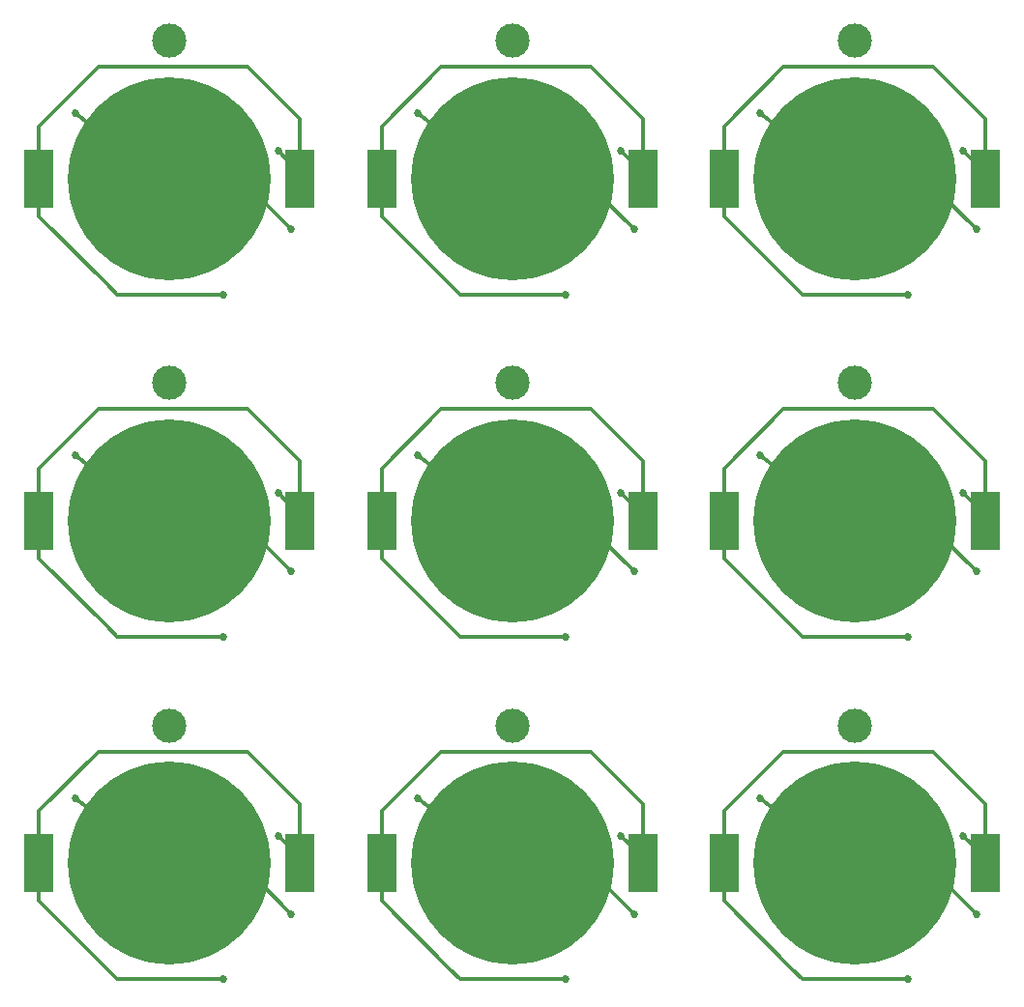
<source format=gbl>
%MOIN*%
%OFA0B0*%
%FSLAX46Y46*%
%IPPOS*%
%LPD*%
%ADD10C,0.0039370078740157488*%
%ADD11C,0.70000000000000007*%
%ADD12R,0.1X0.2*%
%ADD13C,0.11811023622047245*%
%ADD14C,0.027*%
%ADD15C,0.012000000000000002*%
%ADD26C,0.0039370078740157488*%
%ADD27C,0.70000000000000007*%
%ADD28R,0.1X0.2*%
%ADD29C,0.11811023622047245*%
%ADD30C,0.027*%
%ADD31C,0.012000000000000002*%
%ADD32C,0.0039370078740157488*%
%ADD33C,0.70000000000000007*%
%ADD34R,0.1X0.2*%
%ADD35C,0.11811023622047245*%
%ADD36C,0.027*%
%ADD37C,0.012000000000000002*%
%ADD38C,0.0039370078740157488*%
%ADD39C,0.70000000000000007*%
%ADD40R,0.1X0.2*%
%ADD41C,0.11811023622047245*%
%ADD42C,0.027*%
%ADD43C,0.012000000000000002*%
%ADD44C,0.0039370078740157488*%
%ADD45C,0.70000000000000007*%
%ADD46R,0.1X0.2*%
%ADD47C,0.11811023622047245*%
%ADD48C,0.027*%
%ADD49C,0.012000000000000002*%
%ADD50C,0.0039370078740157488*%
%ADD51C,0.70000000000000007*%
%ADD52R,0.1X0.2*%
%ADD53C,0.11811023622047245*%
%ADD54C,0.027*%
%ADD55C,0.012000000000000002*%
%ADD56C,0.0039370078740157488*%
%ADD57C,0.70000000000000007*%
%ADD58R,0.1X0.2*%
%ADD59C,0.11811023622047245*%
%ADD60C,0.027*%
%ADD61C,0.012000000000000002*%
%ADD62C,0.0039370078740157488*%
%ADD63C,0.70000000000000007*%
%ADD64R,0.1X0.2*%
%ADD65C,0.11811023622047245*%
%ADD66C,0.027*%
%ADD67C,0.012000000000000002*%
%ADD68C,0.0039370078740157488*%
%ADD69C,0.70000000000000007*%
%ADD70R,0.1X0.2*%
%ADD71C,0.11811023622047245*%
%ADD72C,0.027*%
%ADD73C,0.012000000000000002*%
G01*
D10*
D11*
X-0007643492Y0004156443D02*
X0000531507Y0000481443D03*
D12*
X0000981507Y0000481443D03*
X0000081507Y0000481443D03*
D13*
X0000531507Y0000956443D03*
D14*
X0000206507Y0000706443D03*
X0000951507Y0000306443D03*
X0000716507Y0000081443D03*
X0000906507Y0000576443D03*
D15*
X0000206507Y0000706443D02*
X0000491507Y0000481443D01*
X0000491507Y0000481443D02*
X0000531507Y0000481443D01*
X0000951507Y0000306443D02*
X0000776507Y0000481443D01*
X0000776507Y0000481443D02*
X0000531507Y0000481443D01*
X0000316507Y0000116443D02*
X0000351507Y0000081443D01*
X0000316507Y0000116443D02*
X0000081507Y0000351443D01*
X0000081507Y0000481443D02*
X0000081507Y0000351443D01*
X0000351507Y0000081443D02*
X0000716507Y0000081443D01*
X0000906507Y0000576443D02*
X0000981507Y0000501443D01*
X0000981507Y0000501443D02*
X0000981507Y0000481443D01*
X0000981507Y0000481443D02*
X0000981507Y0000686443D01*
X0000981507Y0000686443D02*
X0000801507Y0000866443D01*
X0000801507Y0000866443D02*
X0000286507Y0000866443D01*
X0000286507Y0000866443D02*
X0000081507Y0000661443D01*
X0000081507Y0000661443D02*
X0000081507Y0000481443D01*
G04 next file*
G04 #@! TF.FileFunction,Copper,L2,Bot,Signal*
G04 Gerber Fmt 4.6, Leading zero omitted, Abs format (unit mm)*
G04 Created by KiCad (PCBNEW 4.0.6) date 08/25/20 16:41:01*
G01*
G04 APERTURE LIST*
G04 APERTURE END LIST*
D26*
D27*
X-0006462368Y0004156443D02*
X0001712631Y0000481443D03*
D28*
X0002162631Y0000481443D03*
X0001262631Y0000481443D03*
D29*
X0001712631Y0000956443D03*
D30*
X0001387631Y0000706443D03*
X0002132631Y0000306443D03*
X0001897631Y0000081443D03*
X0002087631Y0000576443D03*
D31*
X0001387631Y0000706443D02*
X0001672631Y0000481443D01*
X0001672631Y0000481443D02*
X0001712631Y0000481443D01*
X0002132631Y0000306443D02*
X0001957631Y0000481443D01*
X0001957631Y0000481443D02*
X0001712631Y0000481443D01*
X0001497631Y0000116443D02*
X0001532631Y0000081443D01*
X0001497631Y0000116443D02*
X0001262631Y0000351443D01*
X0001262631Y0000481443D02*
X0001262631Y0000351443D01*
X0001532631Y0000081443D02*
X0001897631Y0000081443D01*
X0002087631Y0000576443D02*
X0002162631Y0000501443D01*
X0002162631Y0000501443D02*
X0002162631Y0000481443D01*
X0002162631Y0000481443D02*
X0002162631Y0000686443D01*
X0002162631Y0000686443D02*
X0001982631Y0000866443D01*
X0001982631Y0000866443D02*
X0001467631Y0000866443D01*
X0001467631Y0000866443D02*
X0001262631Y0000661443D01*
X0001262631Y0000661443D02*
X0001262631Y0000481443D01*
G04 next file*
G04 #@! TF.FileFunction,Copper,L2,Bot,Signal*
G04 Gerber Fmt 4.6, Leading zero omitted, Abs format (unit mm)*
G04 Created by KiCad (PCBNEW 4.0.6) date 08/25/20 16:41:01*
G01*
G04 APERTURE LIST*
G04 APERTURE END LIST*
D32*
D33*
X-0005281242Y0004156443D02*
X0002893757Y0000481443D03*
D34*
X0003343757Y0000481443D03*
X0002443757Y0000481443D03*
D35*
X0002893757Y0000956443D03*
D36*
X0002568757Y0000706443D03*
X0003313757Y0000306443D03*
X0003078757Y0000081443D03*
X0003268757Y0000576443D03*
D37*
X0002568757Y0000706443D02*
X0002853757Y0000481443D01*
X0002853757Y0000481443D02*
X0002893757Y0000481443D01*
X0003313757Y0000306443D02*
X0003138757Y0000481443D01*
X0003138757Y0000481443D02*
X0002893757Y0000481443D01*
X0002678757Y0000116443D02*
X0002713757Y0000081443D01*
X0002678757Y0000116443D02*
X0002443757Y0000351443D01*
X0002443757Y0000481443D02*
X0002443757Y0000351443D01*
X0002713757Y0000081443D02*
X0003078757Y0000081443D01*
X0003268757Y0000576443D02*
X0003343757Y0000501443D01*
X0003343757Y0000501443D02*
X0003343757Y0000481443D01*
X0003343757Y0000481443D02*
X0003343757Y0000686443D01*
X0003343757Y0000686443D02*
X0003163757Y0000866443D01*
X0003163757Y0000866443D02*
X0002648757Y0000866443D01*
X0002648757Y0000866443D02*
X0002443757Y0000661443D01*
X0002443757Y0000661443D02*
X0002443757Y0000481443D01*
G04 next file*
G04 #@! TF.FileFunction,Copper,L2,Bot,Signal*
G04 Gerber Fmt 4.6, Leading zero omitted, Abs format (unit mm)*
G04 Created by KiCad (PCBNEW 4.0.6) date 08/25/20 16:41:01*
G01*
G04 APERTURE LIST*
G04 APERTURE END LIST*
D38*
D39*
X-0007643492Y0005337439D02*
X0000531507Y0001662439D03*
D40*
X0000981507Y0001662439D03*
X0000081507Y0001662439D03*
D41*
X0000531507Y0002137439D03*
D42*
X0000206507Y0001887439D03*
X0000951507Y0001487439D03*
X0000716507Y0001262439D03*
X0000906507Y0001757439D03*
D43*
X0000206507Y0001887439D02*
X0000491507Y0001662439D01*
X0000491507Y0001662439D02*
X0000531507Y0001662439D01*
X0000951507Y0001487439D02*
X0000776507Y0001662439D01*
X0000776507Y0001662439D02*
X0000531507Y0001662439D01*
X0000316507Y0001297439D02*
X0000351507Y0001262439D01*
X0000316507Y0001297439D02*
X0000081507Y0001532439D01*
X0000081507Y0001662439D02*
X0000081507Y0001532439D01*
X0000351507Y0001262439D02*
X0000716507Y0001262439D01*
X0000906507Y0001757439D02*
X0000981507Y0001682439D01*
X0000981507Y0001682439D02*
X0000981507Y0001662439D01*
X0000981507Y0001662439D02*
X0000981507Y0001867439D01*
X0000981507Y0001867439D02*
X0000801507Y0002047439D01*
X0000801507Y0002047439D02*
X0000286507Y0002047439D01*
X0000286507Y0002047439D02*
X0000081507Y0001842439D01*
X0000081507Y0001842439D02*
X0000081507Y0001662439D01*
G04 next file*
G04 #@! TF.FileFunction,Copper,L2,Bot,Signal*
G04 Gerber Fmt 4.6, Leading zero omitted, Abs format (unit mm)*
G04 Created by KiCad (PCBNEW 4.0.6) date 08/25/20 16:41:01*
G01*
G04 APERTURE LIST*
G04 APERTURE END LIST*
D44*
D45*
X-0007643492Y0006518435D02*
X0000531507Y0002843435D03*
D46*
X0000981507Y0002843435D03*
X0000081507Y0002843435D03*
D47*
X0000531507Y0003318435D03*
D48*
X0000206507Y0003068435D03*
X0000951507Y0002668435D03*
X0000716507Y0002443435D03*
X0000906507Y0002938435D03*
D49*
X0000206507Y0003068435D02*
X0000491507Y0002843435D01*
X0000491507Y0002843435D02*
X0000531507Y0002843435D01*
X0000951507Y0002668435D02*
X0000776507Y0002843435D01*
X0000776507Y0002843435D02*
X0000531507Y0002843435D01*
X0000316507Y0002478435D02*
X0000351507Y0002443435D01*
X0000316507Y0002478435D02*
X0000081507Y0002713435D01*
X0000081507Y0002843435D02*
X0000081507Y0002713435D01*
X0000351507Y0002443435D02*
X0000716507Y0002443435D01*
X0000906507Y0002938435D02*
X0000981507Y0002863435D01*
X0000981507Y0002863435D02*
X0000981507Y0002843435D01*
X0000981507Y0002843435D02*
X0000981507Y0003048435D01*
X0000981507Y0003048435D02*
X0000801507Y0003228435D01*
X0000801507Y0003228435D02*
X0000286507Y0003228435D01*
X0000286507Y0003228435D02*
X0000081507Y0003023435D01*
X0000081507Y0003023435D02*
X0000081507Y0002843435D01*
G04 next file*
G04 #@! TF.FileFunction,Copper,L2,Bot,Signal*
G04 Gerber Fmt 4.6, Leading zero omitted, Abs format (unit mm)*
G04 Created by KiCad (PCBNEW 4.0.6) date 08/25/20 16:41:01*
G01*
G04 APERTURE LIST*
G04 APERTURE END LIST*
D50*
D51*
X-0006462368Y0005337439D02*
X0001712631Y0001662439D03*
D52*
X0002162631Y0001662439D03*
X0001262631Y0001662439D03*
D53*
X0001712631Y0002137439D03*
D54*
X0001387631Y0001887439D03*
X0002132631Y0001487439D03*
X0001897631Y0001262439D03*
X0002087631Y0001757439D03*
D55*
X0001387631Y0001887439D02*
X0001672631Y0001662439D01*
X0001672631Y0001662439D02*
X0001712631Y0001662439D01*
X0002132631Y0001487439D02*
X0001957631Y0001662439D01*
X0001957631Y0001662439D02*
X0001712631Y0001662439D01*
X0001497631Y0001297439D02*
X0001532631Y0001262439D01*
X0001497631Y0001297439D02*
X0001262631Y0001532439D01*
X0001262631Y0001662439D02*
X0001262631Y0001532439D01*
X0001532631Y0001262439D02*
X0001897631Y0001262439D01*
X0002087631Y0001757439D02*
X0002162631Y0001682439D01*
X0002162631Y0001682439D02*
X0002162631Y0001662439D01*
X0002162631Y0001662439D02*
X0002162631Y0001867439D01*
X0002162631Y0001867439D02*
X0001982631Y0002047439D01*
X0001982631Y0002047439D02*
X0001467631Y0002047439D01*
X0001467631Y0002047439D02*
X0001262631Y0001842439D01*
X0001262631Y0001842439D02*
X0001262631Y0001662439D01*
G04 next file*
G04 #@! TF.FileFunction,Copper,L2,Bot,Signal*
G04 Gerber Fmt 4.6, Leading zero omitted, Abs format (unit mm)*
G04 Created by KiCad (PCBNEW 4.0.6) date 08/25/20 16:41:01*
G01*
G04 APERTURE LIST*
G04 APERTURE END LIST*
D56*
D57*
X-0005281242Y0005337439D02*
X0002893757Y0001662439D03*
D58*
X0003343757Y0001662439D03*
X0002443757Y0001662439D03*
D59*
X0002893757Y0002137439D03*
D60*
X0002568757Y0001887439D03*
X0003313757Y0001487439D03*
X0003078757Y0001262439D03*
X0003268757Y0001757439D03*
D61*
X0002568757Y0001887439D02*
X0002853757Y0001662439D01*
X0002853757Y0001662439D02*
X0002893757Y0001662439D01*
X0003313757Y0001487439D02*
X0003138757Y0001662439D01*
X0003138757Y0001662439D02*
X0002893757Y0001662439D01*
X0002678757Y0001297439D02*
X0002713757Y0001262439D01*
X0002678757Y0001297439D02*
X0002443757Y0001532439D01*
X0002443757Y0001662439D02*
X0002443757Y0001532439D01*
X0002713757Y0001262439D02*
X0003078757Y0001262439D01*
X0003268757Y0001757439D02*
X0003343757Y0001682439D01*
X0003343757Y0001682439D02*
X0003343757Y0001662439D01*
X0003343757Y0001662439D02*
X0003343757Y0001867439D01*
X0003343757Y0001867439D02*
X0003163757Y0002047439D01*
X0003163757Y0002047439D02*
X0002648757Y0002047439D01*
X0002648757Y0002047439D02*
X0002443757Y0001842439D01*
X0002443757Y0001842439D02*
X0002443757Y0001662439D01*
G04 next file*
G04 #@! TF.FileFunction,Copper,L2,Bot,Signal*
G04 Gerber Fmt 4.6, Leading zero omitted, Abs format (unit mm)*
G04 Created by KiCad (PCBNEW 4.0.6) date 08/25/20 16:41:01*
G01*
G04 APERTURE LIST*
G04 APERTURE END LIST*
D62*
D63*
X-0006462368Y0006518435D02*
X0001712631Y0002843435D03*
D64*
X0002162631Y0002843435D03*
X0001262631Y0002843435D03*
D65*
X0001712631Y0003318435D03*
D66*
X0001387631Y0003068435D03*
X0002132631Y0002668435D03*
X0001897631Y0002443435D03*
X0002087631Y0002938435D03*
D67*
X0001387631Y0003068435D02*
X0001672631Y0002843435D01*
X0001672631Y0002843435D02*
X0001712631Y0002843435D01*
X0002132631Y0002668435D02*
X0001957631Y0002843435D01*
X0001957631Y0002843435D02*
X0001712631Y0002843435D01*
X0001497631Y0002478435D02*
X0001532631Y0002443435D01*
X0001497631Y0002478435D02*
X0001262631Y0002713435D01*
X0001262631Y0002843435D02*
X0001262631Y0002713435D01*
X0001532631Y0002443435D02*
X0001897631Y0002443435D01*
X0002087631Y0002938435D02*
X0002162631Y0002863435D01*
X0002162631Y0002863435D02*
X0002162631Y0002843435D01*
X0002162631Y0002843435D02*
X0002162631Y0003048435D01*
X0002162631Y0003048435D02*
X0001982631Y0003228435D01*
X0001982631Y0003228435D02*
X0001467631Y0003228435D01*
X0001467631Y0003228435D02*
X0001262631Y0003023435D01*
X0001262631Y0003023435D02*
X0001262631Y0002843435D01*
G04 next file*
G04 #@! TF.FileFunction,Copper,L2,Bot,Signal*
G04 Gerber Fmt 4.6, Leading zero omitted, Abs format (unit mm)*
G04 Created by KiCad (PCBNEW 4.0.6) date 08/25/20 16:41:01*
G01*
G04 APERTURE LIST*
G04 APERTURE END LIST*
D68*
D69*
X-0005281242Y0006518435D02*
X0002893757Y0002843435D03*
D70*
X0003343757Y0002843435D03*
X0002443757Y0002843435D03*
D71*
X0002893757Y0003318435D03*
D72*
X0002568757Y0003068435D03*
X0003313757Y0002668435D03*
X0003078757Y0002443435D03*
X0003268757Y0002938435D03*
D73*
X0002568757Y0003068435D02*
X0002853757Y0002843435D01*
X0002853757Y0002843435D02*
X0002893757Y0002843435D01*
X0003313757Y0002668435D02*
X0003138757Y0002843435D01*
X0003138757Y0002843435D02*
X0002893757Y0002843435D01*
X0002678757Y0002478435D02*
X0002713757Y0002443435D01*
X0002678757Y0002478435D02*
X0002443757Y0002713435D01*
X0002443757Y0002843435D02*
X0002443757Y0002713435D01*
X0002713757Y0002443435D02*
X0003078757Y0002443435D01*
X0003268757Y0002938435D02*
X0003343757Y0002863435D01*
X0003343757Y0002863435D02*
X0003343757Y0002843435D01*
X0003343757Y0002843435D02*
X0003343757Y0003048435D01*
X0003343757Y0003048435D02*
X0003163757Y0003228435D01*
X0003163757Y0003228435D02*
X0002648757Y0003228435D01*
X0002648757Y0003228435D02*
X0002443757Y0003023435D01*
X0002443757Y0003023435D02*
X0002443757Y0002843435D01*
M02*
</source>
